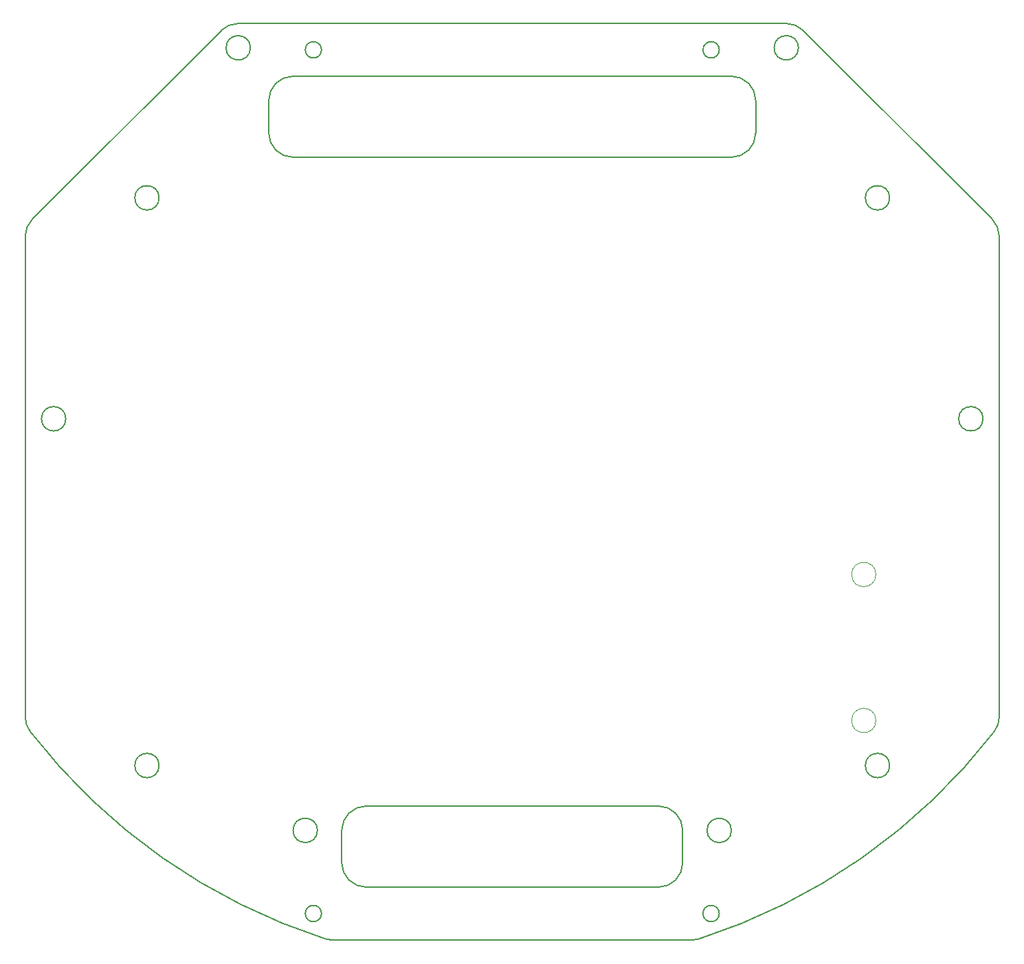
<source format=gm1>
G04 #@! TF.GenerationSoftware,KiCad,Pcbnew,(6.0.4)*
G04 #@! TF.CreationDate,2022-03-28T09:35:34+09:00*
G04 #@! TF.ProjectId,Main_Board,4d61696e-5f42-46f6-9172-642e6b696361,rev?*
G04 #@! TF.SameCoordinates,Original*
G04 #@! TF.FileFunction,Profile,NP*
%FSLAX46Y46*%
G04 Gerber Fmt 4.6, Leading zero omitted, Abs format (unit mm)*
G04 Created by KiCad (PCBNEW (6.0.4)) date 2022-03-28 09:35:34*
%MOMM*%
%LPD*%
G01*
G04 APERTURE LIST*
G04 #@! TA.AperFunction,Profile*
%ADD10C,0.200000*%
G04 #@! TD*
G04 #@! TA.AperFunction,Profile*
%ADD11C,0.120000*%
G04 #@! TD*
G04 APERTURE END LIST*
D10*
X135782005Y-91484651D02*
G75*
G03*
X135782005Y-91484651I-1500000J0D01*
G01*
X216282005Y-45992010D02*
G75*
G03*
X216282005Y-45992010I-1000000J0D01*
G01*
X208782005Y-149242005D02*
G75*
G03*
X211782005Y-146242010I-5J3000005D01*
G01*
X237282005Y-64242010D02*
G75*
G03*
X237282005Y-64242010I-1500000J0D01*
G01*
X226660685Y-43620690D02*
X249903325Y-66863330D01*
X157024646Y-42742039D02*
G75*
G03*
X154903325Y-43620690I-46J-2999961D01*
G01*
X160781990Y-56242010D02*
G75*
G03*
X163782005Y-59242010I3000010J10D01*
G01*
X160782005Y-52242010D02*
X160782005Y-56242010D01*
X250781968Y-68984651D02*
G75*
G03*
X249903325Y-66863330I-2999968J51D01*
G01*
X211781990Y-142242010D02*
G75*
G03*
X208782005Y-139242010I-2999990J10D01*
G01*
X163782005Y-59242010D02*
X217782005Y-59242010D01*
X217782005Y-142242010D02*
G75*
G03*
X217782005Y-142242010I-1500000J0D01*
G01*
X157024646Y-42742010D02*
X224539364Y-42742010D01*
X220782005Y-56242010D02*
X220782005Y-52242010D01*
X147282005Y-64242010D02*
G75*
G03*
X147282005Y-64242010I-1500000J0D01*
G01*
X131660685Y-66863330D02*
X154903325Y-43620690D01*
X131407001Y-130063508D02*
G75*
G03*
X167829319Y-155643510I59374999J45821508D01*
G01*
X250782005Y-68984651D02*
X250782005Y-128230645D01*
X130781976Y-128230645D02*
G75*
G03*
X131407005Y-130063505I3000024J45D01*
G01*
X220781990Y-52242010D02*
G75*
G03*
X217782005Y-49242010I-2999990J10D01*
G01*
X169781990Y-146242010D02*
G75*
G03*
X172782005Y-149242010I3000010J10D01*
G01*
X172782005Y-139242005D02*
G75*
G03*
X169782005Y-142242010I-5J-2999995D01*
G01*
X212816583Y-155787450D02*
X168747427Y-155787450D01*
X211782005Y-142242010D02*
X211782005Y-146242010D01*
X172782005Y-139242010D02*
X208782005Y-139242010D01*
X217782005Y-59242005D02*
G75*
G03*
X220782005Y-56242010I-5J3000005D01*
G01*
X131660661Y-66863306D02*
G75*
G03*
X130782005Y-68984651I2121339J-2121294D01*
G01*
X212816583Y-155787447D02*
G75*
G03*
X213734691Y-155643510I17J2999947D01*
G01*
X213734691Y-155643509D02*
G75*
G03*
X250157005Y-130063505I-22952691J71401509D01*
G01*
X130782005Y-128230645D02*
X130782005Y-68984651D01*
X237282005Y-134242010D02*
G75*
G03*
X237282005Y-134242010I-1500000J0D01*
G01*
X163782005Y-49242005D02*
G75*
G03*
X160782005Y-52242010I-5J-2999995D01*
G01*
X226660701Y-43620674D02*
G75*
G03*
X224539364Y-42742010I-2121301J-2121326D01*
G01*
X226039364Y-45742010D02*
G75*
G03*
X226039364Y-45742010I-1500000J0D01*
G01*
X167282005Y-45992010D02*
G75*
G03*
X167282005Y-45992010I-1000000J0D01*
G01*
X158524646Y-45742010D02*
G75*
G03*
X158524646Y-45742010I-1500000J0D01*
G01*
X167829317Y-155643515D02*
G75*
G03*
X168747427Y-155787450I918083J2856015D01*
G01*
X216282005Y-152492010D02*
G75*
G03*
X216282005Y-152492010I-1000000J0D01*
G01*
X250156984Y-130063489D02*
G75*
G03*
X250782005Y-128230645I-2374984J1832889D01*
G01*
X248782005Y-91484651D02*
G75*
G03*
X248782005Y-91484651I-1500000J0D01*
G01*
X167282005Y-152492010D02*
G75*
G03*
X167282005Y-152492010I-1000000J0D01*
G01*
X217782005Y-49242010D02*
X163782005Y-49242010D01*
X208782005Y-149242010D02*
X172782005Y-149242010D01*
X166782005Y-142242010D02*
G75*
G03*
X166782005Y-142242010I-1500000J0D01*
G01*
X147282005Y-134242010D02*
G75*
G03*
X147282005Y-134242010I-1500000J0D01*
G01*
X169782005Y-146242010D02*
X169782005Y-142242010D01*
D11*
X235587000Y-110689700D02*
G75*
G03*
X235587000Y-110689700I-1500000J0D01*
G01*
X235587000Y-128689700D02*
G75*
G03*
X235587000Y-128689700I-1500000J0D01*
G01*
M02*

</source>
